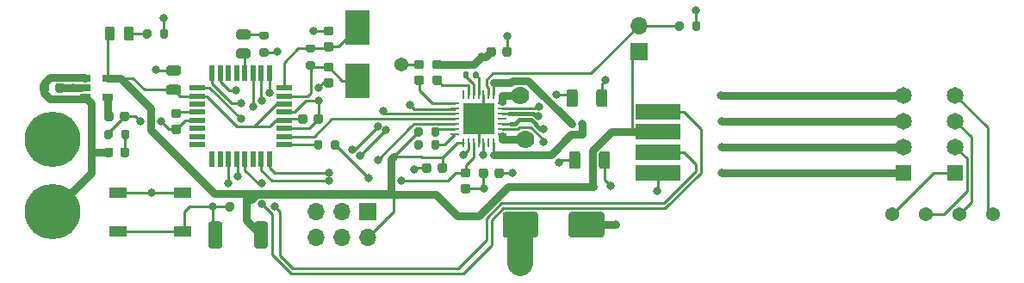
<source format=gbr>
%TF.GenerationSoftware,KiCad,Pcbnew,5.1.8-db9833491~88~ubuntu20.04.1*%
%TF.CreationDate,2020-12-21T09:27:26-06:00*%
%TF.ProjectId,main,6d61696e-2e6b-4696-9361-645f70636258,rev?*%
%TF.SameCoordinates,Original*%
%TF.FileFunction,Copper,L1,Top*%
%TF.FilePolarity,Positive*%
%FSLAX46Y46*%
G04 Gerber Fmt 4.6, Leading zero omitted, Abs format (unit mm)*
G04 Created by KiCad (PCBNEW 5.1.8-db9833491~88~ubuntu20.04.1) date 2020-12-21 09:27:26*
%MOMM*%
%LPD*%
G01*
G04 APERTURE LIST*
%TA.AperFunction,SMDPad,CuDef*%
%ADD10R,1.700000X1.000000*%
%TD*%
%TA.AperFunction,ComponentPad*%
%ADD11C,1.650000*%
%TD*%
%TA.AperFunction,ComponentPad*%
%ADD12R,1.650000X1.650000*%
%TD*%
%TA.AperFunction,SMDPad,CuDef*%
%ADD13R,2.400000X3.500000*%
%TD*%
%TA.AperFunction,ComponentPad*%
%ADD14C,5.461000*%
%TD*%
%TA.AperFunction,SMDPad,CuDef*%
%ADD15R,4.498340X1.498600*%
%TD*%
%TA.AperFunction,SMDPad,CuDef*%
%ADD16R,3.098800X3.098800*%
%TD*%
%TA.AperFunction,SMDPad,CuDef*%
%ADD17R,0.914400X0.254000*%
%TD*%
%TA.AperFunction,SMDPad,CuDef*%
%ADD18R,0.254000X0.914400*%
%TD*%
%TA.AperFunction,SMDPad,CuDef*%
%ADD19R,1.060000X0.650000*%
%TD*%
%TA.AperFunction,SMDPad,CuDef*%
%ADD20R,0.550000X1.600000*%
%TD*%
%TA.AperFunction,SMDPad,CuDef*%
%ADD21R,1.600000X0.550000*%
%TD*%
%TA.AperFunction,ComponentPad*%
%ADD22O,1.700000X1.700000*%
%TD*%
%TA.AperFunction,ComponentPad*%
%ADD23R,1.700000X1.700000*%
%TD*%
%TA.AperFunction,ViaPad*%
%ADD24C,0.800000*%
%TD*%
%TA.AperFunction,ViaPad*%
%ADD25C,1.371600*%
%TD*%
%TA.AperFunction,ViaPad*%
%ADD26C,1.778000*%
%TD*%
%TA.AperFunction,Conductor*%
%ADD27C,0.762000*%
%TD*%
%TA.AperFunction,Conductor*%
%ADD28C,0.250000*%
%TD*%
%TA.AperFunction,Conductor*%
%ADD29C,2.540000*%
%TD*%
%TA.AperFunction,Conductor*%
%ADD30C,0.381000*%
%TD*%
G04 APERTURE END LIST*
D10*
%TO.P,SW1,2*%
%TO.N,/RESET*%
X35916000Y-36698000D03*
X29616000Y-36698000D03*
%TO.P,SW1,1*%
%TO.N,GND*%
X35916000Y-32898000D03*
X29616000Y-32898000D03*
%TD*%
%TO.P,R11,2*%
%TO.N,Net-(R11-Pad2)*%
%TA.AperFunction,SMDPad,CuDef*%
G36*
G01*
X75046000Y-29092999D02*
X75046000Y-30343001D01*
G75*
G02*
X74796001Y-30593000I-249999J0D01*
G01*
X74170999Y-30593000D01*
G75*
G02*
X73921000Y-30343001I0J249999D01*
G01*
X73921000Y-29092999D01*
G75*
G02*
X74170999Y-28843000I249999J0D01*
G01*
X74796001Y-28843000D01*
G75*
G02*
X75046000Y-29092999I0J-249999D01*
G01*
G37*
%TD.AperFunction*%
%TO.P,R11,1*%
%TO.N,GND*%
%TA.AperFunction,SMDPad,CuDef*%
G36*
G01*
X77971000Y-29092999D02*
X77971000Y-30343001D01*
G75*
G02*
X77721001Y-30593000I-249999J0D01*
G01*
X77095999Y-30593000D01*
G75*
G02*
X76846000Y-30343001I0J249999D01*
G01*
X76846000Y-29092999D01*
G75*
G02*
X77095999Y-28843000I249999J0D01*
G01*
X77721001Y-28843000D01*
G75*
G02*
X77971000Y-29092999I0J-249999D01*
G01*
G37*
%TD.AperFunction*%
%TD*%
%TO.P,R10,2*%
%TO.N,Net-(R10-Pad2)*%
%TA.AperFunction,SMDPad,CuDef*%
G36*
G01*
X74792000Y-22996999D02*
X74792000Y-24247001D01*
G75*
G02*
X74542001Y-24497000I-249999J0D01*
G01*
X73916999Y-24497000D01*
G75*
G02*
X73667000Y-24247001I0J249999D01*
G01*
X73667000Y-22996999D01*
G75*
G02*
X73916999Y-22747000I249999J0D01*
G01*
X74542001Y-22747000D01*
G75*
G02*
X74792000Y-22996999I0J-249999D01*
G01*
G37*
%TD.AperFunction*%
%TO.P,R10,1*%
%TO.N,GND*%
%TA.AperFunction,SMDPad,CuDef*%
G36*
G01*
X77717000Y-22996999D02*
X77717000Y-24247001D01*
G75*
G02*
X77467001Y-24497000I-249999J0D01*
G01*
X76841999Y-24497000D01*
G75*
G02*
X76592000Y-24247001I0J249999D01*
G01*
X76592000Y-22996999D01*
G75*
G02*
X76841999Y-22747000I249999J0D01*
G01*
X77467001Y-22747000D01*
G75*
G02*
X77717000Y-22996999I0J-249999D01*
G01*
G37*
%TD.AperFunction*%
%TD*%
%TO.P,C13,2*%
%TO.N,GND*%
%TA.AperFunction,SMDPad,CuDef*%
G36*
G01*
X73890000Y-37068000D02*
X73890000Y-35068000D01*
G75*
G02*
X74140000Y-34818000I250000J0D01*
G01*
X77140000Y-34818000D01*
G75*
G02*
X77390000Y-35068000I0J-250000D01*
G01*
X77390000Y-37068000D01*
G75*
G02*
X77140000Y-37318000I-250000J0D01*
G01*
X74140000Y-37318000D01*
G75*
G02*
X73890000Y-37068000I0J250000D01*
G01*
G37*
%TD.AperFunction*%
%TO.P,C13,1*%
%TO.N,+15V*%
%TA.AperFunction,SMDPad,CuDef*%
G36*
G01*
X67390000Y-37068000D02*
X67390000Y-35068000D01*
G75*
G02*
X67640000Y-34818000I250000J0D01*
G01*
X70640000Y-34818000D01*
G75*
G02*
X70890000Y-35068000I0J-250000D01*
G01*
X70890000Y-37068000D01*
G75*
G02*
X70640000Y-37318000I-250000J0D01*
G01*
X67640000Y-37318000D01*
G75*
G02*
X67390000Y-37068000I0J250000D01*
G01*
G37*
%TD.AperFunction*%
%TD*%
%TO.P,C9,2*%
%TO.N,Net-(C9-Pad2)*%
%TA.AperFunction,SMDPad,CuDef*%
G36*
G01*
X64062000Y-21166000D02*
X64062000Y-21506000D01*
G75*
G02*
X63922000Y-21646000I-140000J0D01*
G01*
X63642000Y-21646000D01*
G75*
G02*
X63502000Y-21506000I0J140000D01*
G01*
X63502000Y-21166000D01*
G75*
G02*
X63642000Y-21026000I140000J0D01*
G01*
X63922000Y-21026000D01*
G75*
G02*
X64062000Y-21166000I0J-140000D01*
G01*
G37*
%TD.AperFunction*%
%TO.P,C9,1*%
%TO.N,Net-(C9-Pad1)*%
%TA.AperFunction,SMDPad,CuDef*%
G36*
G01*
X65022000Y-21166000D02*
X65022000Y-21506000D01*
G75*
G02*
X64882000Y-21646000I-140000J0D01*
G01*
X64602000Y-21646000D01*
G75*
G02*
X64462000Y-21506000I0J140000D01*
G01*
X64462000Y-21166000D01*
G75*
G02*
X64602000Y-21026000I140000J0D01*
G01*
X64882000Y-21026000D01*
G75*
G02*
X65022000Y-21166000I0J-140000D01*
G01*
G37*
%TD.AperFunction*%
%TD*%
%TO.P,C7,2*%
%TO.N,GND*%
%TA.AperFunction,SMDPad,CuDef*%
G36*
G01*
X35527000Y-21394000D02*
X34577000Y-21394000D01*
G75*
G02*
X34327000Y-21144000I0J250000D01*
G01*
X34327000Y-20644000D01*
G75*
G02*
X34577000Y-20394000I250000J0D01*
G01*
X35527000Y-20394000D01*
G75*
G02*
X35777000Y-20644000I0J-250000D01*
G01*
X35777000Y-21144000D01*
G75*
G02*
X35527000Y-21394000I-250000J0D01*
G01*
G37*
%TD.AperFunction*%
%TO.P,C7,1*%
%TO.N,+5V*%
%TA.AperFunction,SMDPad,CuDef*%
G36*
G01*
X35527000Y-23294000D02*
X34577000Y-23294000D01*
G75*
G02*
X34327000Y-23044000I0J250000D01*
G01*
X34327000Y-22544000D01*
G75*
G02*
X34577000Y-22294000I250000J0D01*
G01*
X35527000Y-22294000D01*
G75*
G02*
X35777000Y-22544000I0J-250000D01*
G01*
X35777000Y-23044000D01*
G75*
G02*
X35527000Y-23294000I-250000J0D01*
G01*
G37*
%TD.AperFunction*%
%TD*%
D11*
%TO.P,J4,4_B*%
%TO.N,/B1*%
X111876000Y-23316000D03*
%TO.P,J4,3_B*%
%TO.N,/B2*%
X111876000Y-25856000D03*
%TO.P,J4,3_A*%
X106796000Y-25856000D03*
%TO.P,J4,2_A*%
%TO.N,/A2*%
X106796000Y-28396000D03*
D12*
%TO.P,J4,1_A*%
%TO.N,/A1*%
X106796000Y-30936000D03*
%TO.P,J4,1_B*%
X111876000Y-30936000D03*
D11*
%TO.P,J4,4_A*%
%TO.N,/B1*%
X106796000Y-23316000D03*
%TO.P,J4,2_B*%
%TO.N,/A2*%
X111876000Y-28396000D03*
%TD*%
%TO.P,D4,2*%
%TO.N,+5V*%
%TA.AperFunction,SMDPad,CuDef*%
G36*
G01*
X29268000Y-16815750D02*
X29268000Y-17728250D01*
G75*
G02*
X29024250Y-17972000I-243750J0D01*
G01*
X28536750Y-17972000D01*
G75*
G02*
X28293000Y-17728250I0J243750D01*
G01*
X28293000Y-16815750D01*
G75*
G02*
X28536750Y-16572000I243750J0D01*
G01*
X29024250Y-16572000D01*
G75*
G02*
X29268000Y-16815750I0J-243750D01*
G01*
G37*
%TD.AperFunction*%
%TO.P,D4,1*%
%TO.N,Net-(D4-Pad1)*%
%TA.AperFunction,SMDPad,CuDef*%
G36*
G01*
X31143000Y-16815750D02*
X31143000Y-17728250D01*
G75*
G02*
X30899250Y-17972000I-243750J0D01*
G01*
X30411750Y-17972000D01*
G75*
G02*
X30168000Y-17728250I0J243750D01*
G01*
X30168000Y-16815750D01*
G75*
G02*
X30411750Y-16572000I243750J0D01*
G01*
X30899250Y-16572000D01*
G75*
G02*
X31143000Y-16815750I0J-243750D01*
G01*
G37*
%TD.AperFunction*%
%TD*%
%TO.P,D3,2*%
%TO.N,Net-(D3-Pad2)*%
%TA.AperFunction,SMDPad,CuDef*%
G36*
G01*
X41453750Y-18738000D02*
X42366250Y-18738000D01*
G75*
G02*
X42610000Y-18981750I0J-243750D01*
G01*
X42610000Y-19469250D01*
G75*
G02*
X42366250Y-19713000I-243750J0D01*
G01*
X41453750Y-19713000D01*
G75*
G02*
X41210000Y-19469250I0J243750D01*
G01*
X41210000Y-18981750D01*
G75*
G02*
X41453750Y-18738000I243750J0D01*
G01*
G37*
%TD.AperFunction*%
%TO.P,D3,1*%
%TO.N,Net-(D3-Pad1)*%
%TA.AperFunction,SMDPad,CuDef*%
G36*
G01*
X41453750Y-16863000D02*
X42366250Y-16863000D01*
G75*
G02*
X42610000Y-17106750I0J-243750D01*
G01*
X42610000Y-17594250D01*
G75*
G02*
X42366250Y-17838000I-243750J0D01*
G01*
X41453750Y-17838000D01*
G75*
G02*
X41210000Y-17594250I0J243750D01*
G01*
X41210000Y-17106750D01*
G75*
G02*
X41453750Y-16863000I243750J0D01*
G01*
G37*
%TD.AperFunction*%
%TD*%
%TO.P,D1,2*%
%TO.N,/RESET*%
%TA.AperFunction,SMDPad,CuDef*%
G36*
G01*
X39827000Y-36008999D02*
X39827000Y-38159001D01*
G75*
G02*
X39577001Y-38409000I-249999J0D01*
G01*
X38726999Y-38409000D01*
G75*
G02*
X38477000Y-38159001I0J249999D01*
G01*
X38477000Y-36008999D01*
G75*
G02*
X38726999Y-35759000I249999J0D01*
G01*
X39577001Y-35759000D01*
G75*
G02*
X39827000Y-36008999I0J-249999D01*
G01*
G37*
%TD.AperFunction*%
%TO.P,D1,1*%
%TO.N,+5V*%
%TA.AperFunction,SMDPad,CuDef*%
G36*
G01*
X44327000Y-36008999D02*
X44327000Y-38159001D01*
G75*
G02*
X44077001Y-38409000I-249999J0D01*
G01*
X43226999Y-38409000D01*
G75*
G02*
X42977000Y-38159001I0J249999D01*
G01*
X42977000Y-36008999D01*
G75*
G02*
X43226999Y-35759000I249999J0D01*
G01*
X44077001Y-35759000D01*
G75*
G02*
X44327000Y-36008999I0J-249999D01*
G01*
G37*
%TD.AperFunction*%
%TD*%
D13*
%TO.P,Y1,2*%
%TO.N,Net-(C4-Pad1)*%
X53086000Y-21904000D03*
%TO.P,Y1,1*%
%TO.N,Net-(C5-Pad1)*%
X53086000Y-16704000D03*
%TD*%
D14*
%TO.P,J5,1*%
%TO.N,GND*%
X23114000Y-27686000D03*
%TD*%
%TO.P,J1,1*%
%TO.N,+15V*%
X23114000Y-34798000D03*
%TD*%
D15*
%TO.P,S1,Y*%
%TO.N,Net-(S1-PadY)*%
X82674460Y-28938220D03*
%TO.P,S1,X*%
%TO.N,Net-(S1-PadX)*%
X82674460Y-24940260D03*
%TO.P,S1,VCC*%
%TO.N,+5V*%
X82674460Y-26941780D03*
%TO.P,S1,GND*%
%TO.N,GND*%
X82674460Y-30939740D03*
%TD*%
%TO.P,R1,2*%
%TO.N,/RESET*%
%TA.AperFunction,SMDPad,CuDef*%
G36*
G01*
X40977000Y-34015000D02*
X40977000Y-34565000D01*
G75*
G02*
X40777000Y-34765000I-200000J0D01*
G01*
X40377000Y-34765000D01*
G75*
G02*
X40177000Y-34565000I0J200000D01*
G01*
X40177000Y-34015000D01*
G75*
G02*
X40377000Y-33815000I200000J0D01*
G01*
X40777000Y-33815000D01*
G75*
G02*
X40977000Y-34015000I0J-200000D01*
G01*
G37*
%TD.AperFunction*%
%TO.P,R1,1*%
%TO.N,+5V*%
%TA.AperFunction,SMDPad,CuDef*%
G36*
G01*
X42627000Y-34015000D02*
X42627000Y-34565000D01*
G75*
G02*
X42427000Y-34765000I-200000J0D01*
G01*
X42027000Y-34765000D01*
G75*
G02*
X41827000Y-34565000I0J200000D01*
G01*
X41827000Y-34015000D01*
G75*
G02*
X42027000Y-33815000I200000J0D01*
G01*
X42427000Y-33815000D01*
G75*
G02*
X42627000Y-34015000I0J-200000D01*
G01*
G37*
%TD.AperFunction*%
%TD*%
%TO.P,R12,2*%
%TO.N,Net-(D4-Pad1)*%
%TA.AperFunction,SMDPad,CuDef*%
G36*
G01*
X32849000Y-16997000D02*
X32849000Y-17547000D01*
G75*
G02*
X32649000Y-17747000I-200000J0D01*
G01*
X32249000Y-17747000D01*
G75*
G02*
X32049000Y-17547000I0J200000D01*
G01*
X32049000Y-16997000D01*
G75*
G02*
X32249000Y-16797000I200000J0D01*
G01*
X32649000Y-16797000D01*
G75*
G02*
X32849000Y-16997000I0J-200000D01*
G01*
G37*
%TD.AperFunction*%
%TO.P,R12,1*%
%TO.N,GND*%
%TA.AperFunction,SMDPad,CuDef*%
G36*
G01*
X34499000Y-16997000D02*
X34499000Y-17547000D01*
G75*
G02*
X34299000Y-17747000I-200000J0D01*
G01*
X33899000Y-17747000D01*
G75*
G02*
X33699000Y-17547000I0J200000D01*
G01*
X33699000Y-16997000D01*
G75*
G02*
X33899000Y-16797000I200000J0D01*
G01*
X34299000Y-16797000D01*
G75*
G02*
X34499000Y-16997000I0J-200000D01*
G01*
G37*
%TD.AperFunction*%
%TD*%
%TO.P,D2,2*%
%TO.N,+15V*%
%TA.AperFunction,SMDPad,CuDef*%
G36*
G01*
X29114000Y-28699750D02*
X29114000Y-29212250D01*
G75*
G02*
X28895250Y-29431000I-218750J0D01*
G01*
X28457750Y-29431000D01*
G75*
G02*
X28239000Y-29212250I0J218750D01*
G01*
X28239000Y-28699750D01*
G75*
G02*
X28457750Y-28481000I218750J0D01*
G01*
X28895250Y-28481000D01*
G75*
G02*
X29114000Y-28699750I0J-218750D01*
G01*
G37*
%TD.AperFunction*%
%TO.P,D2,1*%
%TO.N,Net-(D2-Pad1)*%
%TA.AperFunction,SMDPad,CuDef*%
G36*
G01*
X30689000Y-28699750D02*
X30689000Y-29212250D01*
G75*
G02*
X30470250Y-29431000I-218750J0D01*
G01*
X30032750Y-29431000D01*
G75*
G02*
X29814000Y-29212250I0J218750D01*
G01*
X29814000Y-28699750D01*
G75*
G02*
X30032750Y-28481000I218750J0D01*
G01*
X30470250Y-28481000D01*
G75*
G02*
X30689000Y-28699750I0J-218750D01*
G01*
G37*
%TD.AperFunction*%
%TD*%
D16*
%TO.P,U3,29*%
%TO.N,GND*%
X65024000Y-25654000D03*
D17*
%TO.P,U3,28*%
%TO.N,+15V*%
X67373500Y-24154000D03*
%TO.P,U3,27*%
%TO.N,Net-(R10-Pad2)*%
X67373500Y-24653999D03*
%TO.P,U3,26*%
%TO.N,/B1*%
X67373500Y-25154001D03*
%TO.P,U3,25*%
%TO.N,Net-(U3-Pad25)*%
X67373500Y-25654000D03*
%TO.P,U3,24*%
%TO.N,/A1*%
X67373500Y-26153999D03*
%TO.P,U3,23*%
%TO.N,Net-(R11-Pad2)*%
X67373500Y-26654001D03*
%TO.P,U3,22*%
%TO.N,+15V*%
X67373500Y-27154000D03*
D18*
%TO.P,U3,21*%
%TO.N,/A2*%
X66524000Y-28003500D03*
%TO.P,U3,20*%
%TO.N,Net-(U3-Pad20)*%
X66024001Y-28003500D03*
%TO.P,U3,19*%
%TO.N,/DIR*%
X65523999Y-28003500D03*
%TO.P,U3,18*%
%TO.N,GND*%
X65024000Y-28003500D03*
%TO.P,U3,17*%
%TO.N,Net-(C8-Pad1)*%
X64524001Y-28003500D03*
%TO.P,U3,16*%
%TO.N,/STEP*%
X64023999Y-28003500D03*
%TO.P,U3,15*%
%TO.N,+5V*%
X63524000Y-28003500D03*
D17*
%TO.P,U3,14*%
%TO.N,/PDN*%
X62674500Y-27154000D03*
%TO.P,U3,13*%
%TO.N,Net-(R7-Pad2)*%
X62674500Y-26654001D03*
%TO.P,U3,12*%
%TO.N,/INDEX*%
X62674500Y-26153999D03*
%TO.P,U3,11*%
%TO.N,/DIAG*%
X62674500Y-25654000D03*
%TO.P,U3,10*%
%TO.N,/MS2*%
X62674500Y-25154001D03*
%TO.P,U3,9*%
%TO.N,/MS1*%
X62674500Y-24653999D03*
%TO.P,U3,8*%
%TO.N,Net-(C11-Pad1)*%
X62674500Y-24154000D03*
D18*
%TO.P,U3,7*%
%TO.N,Net-(U3-Pad7)*%
X63524000Y-23304500D03*
%TO.P,U3,6*%
%TO.N,Net-(C12-Pad2)*%
X64023999Y-23304500D03*
%TO.P,U3,5*%
%TO.N,Net-(C9-Pad2)*%
X64524001Y-23304500D03*
%TO.P,U3,4*%
%TO.N,Net-(C9-Pad1)*%
X65024000Y-23304500D03*
%TO.P,U3,3*%
%TO.N,GND*%
X65523999Y-23304500D03*
%TO.P,U3,2*%
%TO.N,Net-(J3-Pad2)*%
X66024001Y-23304500D03*
%TO.P,U3,1*%
%TO.N,/B2*%
X66524000Y-23304500D03*
%TD*%
D19*
%TO.P,U2,5*%
%TO.N,+5V*%
X28532000Y-21656000D03*
%TO.P,U2,4*%
%TO.N,Net-(C3-Pad1)*%
X28532000Y-23556000D03*
%TO.P,U2,3*%
%TO.N,+15V*%
X26332000Y-23556000D03*
%TO.P,U2,2*%
%TO.N,GND*%
X26332000Y-22606000D03*
%TO.P,U2,1*%
%TO.N,+15V*%
X26332000Y-21656000D03*
%TD*%
D20*
%TO.P,U1,32*%
%TO.N,/MS2*%
X44456000Y-29650000D03*
%TO.P,U1,31*%
%TO.N,/MS1*%
X43656000Y-29650000D03*
%TO.P,U1,30*%
%TO.N,/ENN*%
X42856000Y-29650000D03*
%TO.P,U1,29*%
%TO.N,/RESET*%
X42056000Y-29650000D03*
%TO.P,U1,28*%
%TO.N,Net-(S1-PadY)*%
X41256000Y-29650000D03*
%TO.P,U1,27*%
%TO.N,Net-(S1-PadX)*%
X40456000Y-29650000D03*
%TO.P,U1,26*%
%TO.N,Net-(U1-Pad26)*%
X39656000Y-29650000D03*
%TO.P,U1,25*%
%TO.N,Net-(U1-Pad25)*%
X38856000Y-29650000D03*
D21*
%TO.P,U1,24*%
%TO.N,Net-(U1-Pad24)*%
X37406000Y-28200000D03*
%TO.P,U1,23*%
%TO.N,Net-(U1-Pad23)*%
X37406000Y-27400000D03*
%TO.P,U1,22*%
%TO.N,Net-(U1-Pad22)*%
X37406000Y-26600000D03*
%TO.P,U1,21*%
%TO.N,GND*%
X37406000Y-25800000D03*
%TO.P,U1,20*%
%TO.N,Net-(C2-Pad1)*%
X37406000Y-25000000D03*
%TO.P,U1,19*%
%TO.N,Net-(U1-Pad19)*%
X37406000Y-24200000D03*
%TO.P,U1,18*%
%TO.N,+5V*%
X37406000Y-23400000D03*
%TO.P,U1,17*%
%TO.N,/SCK*%
X37406000Y-22600000D03*
D20*
%TO.P,U1,16*%
%TO.N,/MISO*%
X38856000Y-21150000D03*
%TO.P,U1,15*%
%TO.N,/MOSI*%
X39656000Y-21150000D03*
%TO.P,U1,14*%
%TO.N,Net-(U1-Pad14)*%
X40456000Y-21150000D03*
%TO.P,U1,13*%
%TO.N,Net-(U1-Pad13)*%
X41256000Y-21150000D03*
%TO.P,U1,12*%
%TO.N,Net-(D3-Pad2)*%
X42056000Y-21150000D03*
%TO.P,U1,11*%
%TO.N,/INDEX*%
X42856000Y-21150000D03*
%TO.P,U1,10*%
%TO.N,/DIR*%
X43656000Y-21150000D03*
%TO.P,U1,9*%
%TO.N,/STEP*%
X44456000Y-21150000D03*
D21*
%TO.P,U1,8*%
%TO.N,Net-(C5-Pad1)*%
X45906000Y-22600000D03*
%TO.P,U1,7*%
%TO.N,Net-(C4-Pad1)*%
X45906000Y-23400000D03*
%TO.P,U1,6*%
%TO.N,+5V*%
X45906000Y-24200000D03*
%TO.P,U1,5*%
%TO.N,GND*%
X45906000Y-25000000D03*
%TO.P,U1,4*%
%TO.N,+5V*%
X45906000Y-25800000D03*
%TO.P,U1,3*%
%TO.N,GND*%
X45906000Y-26600000D03*
%TO.P,U1,2*%
%TO.N,/DIAG*%
X45906000Y-27400000D03*
%TO.P,U1,1*%
%TO.N,/VREF*%
X45906000Y-28200000D03*
%TD*%
%TO.P,R9,2*%
%TO.N,GND*%
%TA.AperFunction,SMDPad,CuDef*%
G36*
G01*
X86023000Y-16785000D02*
X86023000Y-16235000D01*
G75*
G02*
X86223000Y-16035000I200000J0D01*
G01*
X86623000Y-16035000D01*
G75*
G02*
X86823000Y-16235000I0J-200000D01*
G01*
X86823000Y-16785000D01*
G75*
G02*
X86623000Y-16985000I-200000J0D01*
G01*
X86223000Y-16985000D01*
G75*
G02*
X86023000Y-16785000I0J200000D01*
G01*
G37*
%TD.AperFunction*%
%TO.P,R9,1*%
%TO.N,Net-(J3-Pad2)*%
%TA.AperFunction,SMDPad,CuDef*%
G36*
G01*
X84373000Y-16785000D02*
X84373000Y-16235000D01*
G75*
G02*
X84573000Y-16035000I200000J0D01*
G01*
X84973000Y-16035000D01*
G75*
G02*
X85173000Y-16235000I0J-200000D01*
G01*
X85173000Y-16785000D01*
G75*
G02*
X84973000Y-16985000I-200000J0D01*
G01*
X84573000Y-16985000D01*
G75*
G02*
X84373000Y-16785000I0J200000D01*
G01*
G37*
%TD.AperFunction*%
%TD*%
%TO.P,R8,2*%
%TO.N,Net-(R8-Pad2)*%
%TA.AperFunction,SMDPad,CuDef*%
G36*
G01*
X59519000Y-27919000D02*
X59519000Y-28469000D01*
G75*
G02*
X59319000Y-28669000I-200000J0D01*
G01*
X58919000Y-28669000D01*
G75*
G02*
X58719000Y-28469000I0J200000D01*
G01*
X58719000Y-27919000D01*
G75*
G02*
X58919000Y-27719000I200000J0D01*
G01*
X59319000Y-27719000D01*
G75*
G02*
X59519000Y-27919000I0J-200000D01*
G01*
G37*
%TD.AperFunction*%
%TO.P,R8,1*%
%TO.N,/PDN*%
%TA.AperFunction,SMDPad,CuDef*%
G36*
G01*
X61169000Y-27919000D02*
X61169000Y-28469000D01*
G75*
G02*
X60969000Y-28669000I-200000J0D01*
G01*
X60569000Y-28669000D01*
G75*
G02*
X60369000Y-28469000I0J200000D01*
G01*
X60369000Y-27919000D01*
G75*
G02*
X60569000Y-27719000I200000J0D01*
G01*
X60969000Y-27719000D01*
G75*
G02*
X61169000Y-27919000I0J-200000D01*
G01*
G37*
%TD.AperFunction*%
%TD*%
%TO.P,R7,2*%
%TO.N,Net-(R7-Pad2)*%
%TA.AperFunction,SMDPad,CuDef*%
G36*
G01*
X60369000Y-27199000D02*
X60369000Y-26649000D01*
G75*
G02*
X60569000Y-26449000I200000J0D01*
G01*
X60969000Y-26449000D01*
G75*
G02*
X61169000Y-26649000I0J-200000D01*
G01*
X61169000Y-27199000D01*
G75*
G02*
X60969000Y-27399000I-200000J0D01*
G01*
X60569000Y-27399000D01*
G75*
G02*
X60369000Y-27199000I0J200000D01*
G01*
G37*
%TD.AperFunction*%
%TO.P,R7,1*%
%TO.N,+5V*%
%TA.AperFunction,SMDPad,CuDef*%
G36*
G01*
X58719000Y-27199000D02*
X58719000Y-26649000D01*
G75*
G02*
X58919000Y-26449000I200000J0D01*
G01*
X59319000Y-26449000D01*
G75*
G02*
X59519000Y-26649000I0J-200000D01*
G01*
X59519000Y-27199000D01*
G75*
G02*
X59319000Y-27399000I-200000J0D01*
G01*
X58919000Y-27399000D01*
G75*
G02*
X58719000Y-27199000I0J200000D01*
G01*
G37*
%TD.AperFunction*%
%TD*%
%TO.P,R6,2*%
%TO.N,/VREF*%
%TA.AperFunction,SMDPad,CuDef*%
G36*
G01*
X49676000Y-27919000D02*
X49676000Y-28469000D01*
G75*
G02*
X49476000Y-28669000I-200000J0D01*
G01*
X49076000Y-28669000D01*
G75*
G02*
X48876000Y-28469000I0J200000D01*
G01*
X48876000Y-27919000D01*
G75*
G02*
X49076000Y-27719000I200000J0D01*
G01*
X49476000Y-27719000D01*
G75*
G02*
X49676000Y-27919000I0J-200000D01*
G01*
G37*
%TD.AperFunction*%
%TO.P,R6,1*%
%TO.N,Net-(C8-Pad1)*%
%TA.AperFunction,SMDPad,CuDef*%
G36*
G01*
X51326000Y-27919000D02*
X51326000Y-28469000D01*
G75*
G02*
X51126000Y-28669000I-200000J0D01*
G01*
X50726000Y-28669000D01*
G75*
G02*
X50526000Y-28469000I0J200000D01*
G01*
X50526000Y-27919000D01*
G75*
G02*
X50726000Y-27719000I200000J0D01*
G01*
X51126000Y-27719000D01*
G75*
G02*
X51326000Y-27919000I0J-200000D01*
G01*
G37*
%TD.AperFunction*%
%TD*%
%TO.P,R5,2*%
%TO.N,Net-(C5-Pad1)*%
%TA.AperFunction,SMDPad,CuDef*%
G36*
G01*
X48789000Y-19133000D02*
X48239000Y-19133000D01*
G75*
G02*
X48039000Y-18933000I0J200000D01*
G01*
X48039000Y-18533000D01*
G75*
G02*
X48239000Y-18333000I200000J0D01*
G01*
X48789000Y-18333000D01*
G75*
G02*
X48989000Y-18533000I0J-200000D01*
G01*
X48989000Y-18933000D01*
G75*
G02*
X48789000Y-19133000I-200000J0D01*
G01*
G37*
%TD.AperFunction*%
%TO.P,R5,1*%
%TO.N,Net-(C4-Pad1)*%
%TA.AperFunction,SMDPad,CuDef*%
G36*
G01*
X48789000Y-20783000D02*
X48239000Y-20783000D01*
G75*
G02*
X48039000Y-20583000I0J200000D01*
G01*
X48039000Y-20183000D01*
G75*
G02*
X48239000Y-19983000I200000J0D01*
G01*
X48789000Y-19983000D01*
G75*
G02*
X48989000Y-20183000I0J-200000D01*
G01*
X48989000Y-20583000D01*
G75*
G02*
X48789000Y-20783000I-200000J0D01*
G01*
G37*
%TD.AperFunction*%
%TD*%
%TO.P,R3,2*%
%TO.N,Net-(D3-Pad1)*%
%TA.AperFunction,SMDPad,CuDef*%
G36*
G01*
X44217000Y-17863000D02*
X43667000Y-17863000D01*
G75*
G02*
X43467000Y-17663000I0J200000D01*
G01*
X43467000Y-17263000D01*
G75*
G02*
X43667000Y-17063000I200000J0D01*
G01*
X44217000Y-17063000D01*
G75*
G02*
X44417000Y-17263000I0J-200000D01*
G01*
X44417000Y-17663000D01*
G75*
G02*
X44217000Y-17863000I-200000J0D01*
G01*
G37*
%TD.AperFunction*%
%TO.P,R3,1*%
%TO.N,GND*%
%TA.AperFunction,SMDPad,CuDef*%
G36*
G01*
X44217000Y-19513000D02*
X43667000Y-19513000D01*
G75*
G02*
X43467000Y-19313000I0J200000D01*
G01*
X43467000Y-18913000D01*
G75*
G02*
X43667000Y-18713000I200000J0D01*
G01*
X44217000Y-18713000D01*
G75*
G02*
X44417000Y-18913000I0J-200000D01*
G01*
X44417000Y-19313000D01*
G75*
G02*
X44217000Y-19513000I-200000J0D01*
G01*
G37*
%TD.AperFunction*%
%TD*%
%TO.P,R2,2*%
%TO.N,Net-(D2-Pad1)*%
%TA.AperFunction,SMDPad,CuDef*%
G36*
G01*
X29889000Y-27453000D02*
X29889000Y-26903000D01*
G75*
G02*
X30089000Y-26703000I200000J0D01*
G01*
X30489000Y-26703000D01*
G75*
G02*
X30689000Y-26903000I0J-200000D01*
G01*
X30689000Y-27453000D01*
G75*
G02*
X30489000Y-27653000I-200000J0D01*
G01*
X30089000Y-27653000D01*
G75*
G02*
X29889000Y-27453000I0J200000D01*
G01*
G37*
%TD.AperFunction*%
%TO.P,R2,1*%
%TO.N,GND*%
%TA.AperFunction,SMDPad,CuDef*%
G36*
G01*
X28239000Y-27453000D02*
X28239000Y-26903000D01*
G75*
G02*
X28439000Y-26703000I200000J0D01*
G01*
X28839000Y-26703000D01*
G75*
G02*
X29039000Y-26903000I0J-200000D01*
G01*
X29039000Y-27453000D01*
G75*
G02*
X28839000Y-27653000I-200000J0D01*
G01*
X28439000Y-27653000D01*
G75*
G02*
X28239000Y-27453000I0J200000D01*
G01*
G37*
%TD.AperFunction*%
%TD*%
D22*
%TO.P,J3,2*%
%TO.N,Net-(J3-Pad2)*%
X80772000Y-16510000D03*
D23*
%TO.P,J3,1*%
%TO.N,+5V*%
X80772000Y-19050000D03*
%TD*%
D22*
%TO.P,J2,6*%
%TO.N,GND*%
X49022000Y-37338000D03*
%TO.P,J2,5*%
%TO.N,/RESET*%
X49022000Y-34798000D03*
%TO.P,J2,4*%
%TO.N,/MOSI*%
X51562000Y-37338000D03*
%TO.P,J2,3*%
%TO.N,/SCK*%
X51562000Y-34798000D03*
%TO.P,J2,2*%
%TO.N,+5V*%
X54102000Y-37338000D03*
D23*
%TO.P,J2,1*%
%TO.N,/MISO*%
X54102000Y-34798000D03*
%TD*%
%TO.P,C15,2*%
%TO.N,GND*%
%TA.AperFunction,SMDPad,CuDef*%
G36*
G01*
X65969000Y-30738000D02*
X65969000Y-31238000D01*
G75*
G02*
X65744000Y-31463000I-225000J0D01*
G01*
X65294000Y-31463000D01*
G75*
G02*
X65069000Y-31238000I0J225000D01*
G01*
X65069000Y-30738000D01*
G75*
G02*
X65294000Y-30513000I225000J0D01*
G01*
X65744000Y-30513000D01*
G75*
G02*
X65969000Y-30738000I0J-225000D01*
G01*
G37*
%TD.AperFunction*%
%TO.P,C15,1*%
%TO.N,+15V*%
%TA.AperFunction,SMDPad,CuDef*%
G36*
G01*
X67519000Y-30738000D02*
X67519000Y-31238000D01*
G75*
G02*
X67294000Y-31463000I-225000J0D01*
G01*
X66844000Y-31463000D01*
G75*
G02*
X66619000Y-31238000I0J225000D01*
G01*
X66619000Y-30738000D01*
G75*
G02*
X66844000Y-30513000I225000J0D01*
G01*
X67294000Y-30513000D01*
G75*
G02*
X67519000Y-30738000I0J-225000D01*
G01*
G37*
%TD.AperFunction*%
%TD*%
%TO.P,C14,2*%
%TO.N,GND*%
%TA.AperFunction,SMDPad,CuDef*%
G36*
G01*
X67381000Y-19300000D02*
X67381000Y-18800000D01*
G75*
G02*
X67606000Y-18575000I225000J0D01*
G01*
X68056000Y-18575000D01*
G75*
G02*
X68281000Y-18800000I0J-225000D01*
G01*
X68281000Y-19300000D01*
G75*
G02*
X68056000Y-19525000I-225000J0D01*
G01*
X67606000Y-19525000D01*
G75*
G02*
X67381000Y-19300000I0J225000D01*
G01*
G37*
%TD.AperFunction*%
%TO.P,C14,1*%
%TO.N,+15V*%
%TA.AperFunction,SMDPad,CuDef*%
G36*
G01*
X65831000Y-19300000D02*
X65831000Y-18800000D01*
G75*
G02*
X66056000Y-18575000I225000J0D01*
G01*
X66506000Y-18575000D01*
G75*
G02*
X66731000Y-18800000I0J-225000D01*
G01*
X66731000Y-19300000D01*
G75*
G02*
X66506000Y-19525000I-225000J0D01*
G01*
X66056000Y-19525000D01*
G75*
G02*
X65831000Y-19300000I0J225000D01*
G01*
G37*
%TD.AperFunction*%
%TD*%
%TO.P,C12,2*%
%TO.N,Net-(C12-Pad2)*%
%TA.AperFunction,SMDPad,CuDef*%
G36*
G01*
X60710000Y-21407000D02*
X61210000Y-21407000D01*
G75*
G02*
X61435000Y-21632000I0J-225000D01*
G01*
X61435000Y-22082000D01*
G75*
G02*
X61210000Y-22307000I-225000J0D01*
G01*
X60710000Y-22307000D01*
G75*
G02*
X60485000Y-22082000I0J225000D01*
G01*
X60485000Y-21632000D01*
G75*
G02*
X60710000Y-21407000I225000J0D01*
G01*
G37*
%TD.AperFunction*%
%TO.P,C12,1*%
%TO.N,+15V*%
%TA.AperFunction,SMDPad,CuDef*%
G36*
G01*
X60710000Y-19857000D02*
X61210000Y-19857000D01*
G75*
G02*
X61435000Y-20082000I0J-225000D01*
G01*
X61435000Y-20532000D01*
G75*
G02*
X61210000Y-20757000I-225000J0D01*
G01*
X60710000Y-20757000D01*
G75*
G02*
X60485000Y-20532000I0J225000D01*
G01*
X60485000Y-20082000D01*
G75*
G02*
X60710000Y-19857000I225000J0D01*
G01*
G37*
%TD.AperFunction*%
%TD*%
%TO.P,C11,2*%
%TO.N,GND*%
%TA.AperFunction,SMDPad,CuDef*%
G36*
G01*
X59432000Y-20757000D02*
X58932000Y-20757000D01*
G75*
G02*
X58707000Y-20532000I0J225000D01*
G01*
X58707000Y-20082000D01*
G75*
G02*
X58932000Y-19857000I225000J0D01*
G01*
X59432000Y-19857000D01*
G75*
G02*
X59657000Y-20082000I0J-225000D01*
G01*
X59657000Y-20532000D01*
G75*
G02*
X59432000Y-20757000I-225000J0D01*
G01*
G37*
%TD.AperFunction*%
%TO.P,C11,1*%
%TO.N,Net-(C11-Pad1)*%
%TA.AperFunction,SMDPad,CuDef*%
G36*
G01*
X59432000Y-22307000D02*
X58932000Y-22307000D01*
G75*
G02*
X58707000Y-22082000I0J225000D01*
G01*
X58707000Y-21632000D01*
G75*
G02*
X58932000Y-21407000I225000J0D01*
G01*
X59432000Y-21407000D01*
G75*
G02*
X59657000Y-21632000I0J-225000D01*
G01*
X59657000Y-22082000D01*
G75*
G02*
X59432000Y-22307000I-225000J0D01*
G01*
G37*
%TD.AperFunction*%
%TD*%
%TO.P,C10,2*%
%TO.N,GND*%
%TA.AperFunction,SMDPad,CuDef*%
G36*
G01*
X60381000Y-30230000D02*
X60381000Y-30730000D01*
G75*
G02*
X60156000Y-30955000I-225000J0D01*
G01*
X59706000Y-30955000D01*
G75*
G02*
X59481000Y-30730000I0J225000D01*
G01*
X59481000Y-30230000D01*
G75*
G02*
X59706000Y-30005000I225000J0D01*
G01*
X60156000Y-30005000D01*
G75*
G02*
X60381000Y-30230000I0J-225000D01*
G01*
G37*
%TD.AperFunction*%
%TO.P,C10,1*%
%TO.N,+5V*%
%TA.AperFunction,SMDPad,CuDef*%
G36*
G01*
X61931000Y-30230000D02*
X61931000Y-30730000D01*
G75*
G02*
X61706000Y-30955000I-225000J0D01*
G01*
X61256000Y-30955000D01*
G75*
G02*
X61031000Y-30730000I0J225000D01*
G01*
X61031000Y-30230000D01*
G75*
G02*
X61256000Y-30005000I225000J0D01*
G01*
X61706000Y-30005000D01*
G75*
G02*
X61931000Y-30230000I0J-225000D01*
G01*
G37*
%TD.AperFunction*%
%TD*%
%TO.P,C8,2*%
%TO.N,GND*%
%TA.AperFunction,SMDPad,CuDef*%
G36*
G01*
X63504000Y-32075000D02*
X64004000Y-32075000D01*
G75*
G02*
X64229000Y-32300000I0J-225000D01*
G01*
X64229000Y-32750000D01*
G75*
G02*
X64004000Y-32975000I-225000J0D01*
G01*
X63504000Y-32975000D01*
G75*
G02*
X63279000Y-32750000I0J225000D01*
G01*
X63279000Y-32300000D01*
G75*
G02*
X63504000Y-32075000I225000J0D01*
G01*
G37*
%TD.AperFunction*%
%TO.P,C8,1*%
%TO.N,Net-(C8-Pad1)*%
%TA.AperFunction,SMDPad,CuDef*%
G36*
G01*
X63504000Y-30525000D02*
X64004000Y-30525000D01*
G75*
G02*
X64229000Y-30750000I0J-225000D01*
G01*
X64229000Y-31200000D01*
G75*
G02*
X64004000Y-31425000I-225000J0D01*
G01*
X63504000Y-31425000D01*
G75*
G02*
X63279000Y-31200000I0J225000D01*
G01*
X63279000Y-30750000D01*
G75*
G02*
X63504000Y-30525000I225000J0D01*
G01*
G37*
%TD.AperFunction*%
%TD*%
%TO.P,C6,2*%
%TO.N,GND*%
%TA.AperFunction,SMDPad,CuDef*%
G36*
G01*
X23439000Y-22856000D02*
X23439000Y-22356000D01*
G75*
G02*
X23664000Y-22131000I225000J0D01*
G01*
X24114000Y-22131000D01*
G75*
G02*
X24339000Y-22356000I0J-225000D01*
G01*
X24339000Y-22856000D01*
G75*
G02*
X24114000Y-23081000I-225000J0D01*
G01*
X23664000Y-23081000D01*
G75*
G02*
X23439000Y-22856000I0J225000D01*
G01*
G37*
%TD.AperFunction*%
%TO.P,C6,1*%
%TO.N,+15V*%
%TA.AperFunction,SMDPad,CuDef*%
G36*
G01*
X21889000Y-22856000D02*
X21889000Y-22356000D01*
G75*
G02*
X22114000Y-22131000I225000J0D01*
G01*
X22564000Y-22131000D01*
G75*
G02*
X22789000Y-22356000I0J-225000D01*
G01*
X22789000Y-22856000D01*
G75*
G02*
X22564000Y-23081000I-225000J0D01*
G01*
X22114000Y-23081000D01*
G75*
G02*
X21889000Y-22856000I0J225000D01*
G01*
G37*
%TD.AperFunction*%
%TD*%
%TO.P,C5,2*%
%TO.N,GND*%
%TA.AperFunction,SMDPad,CuDef*%
G36*
G01*
X50542000Y-17455000D02*
X50042000Y-17455000D01*
G75*
G02*
X49817000Y-17230000I0J225000D01*
G01*
X49817000Y-16780000D01*
G75*
G02*
X50042000Y-16555000I225000J0D01*
G01*
X50542000Y-16555000D01*
G75*
G02*
X50767000Y-16780000I0J-225000D01*
G01*
X50767000Y-17230000D01*
G75*
G02*
X50542000Y-17455000I-225000J0D01*
G01*
G37*
%TD.AperFunction*%
%TO.P,C5,1*%
%TO.N,Net-(C5-Pad1)*%
%TA.AperFunction,SMDPad,CuDef*%
G36*
G01*
X50542000Y-19005000D02*
X50042000Y-19005000D01*
G75*
G02*
X49817000Y-18780000I0J225000D01*
G01*
X49817000Y-18330000D01*
G75*
G02*
X50042000Y-18105000I225000J0D01*
G01*
X50542000Y-18105000D01*
G75*
G02*
X50767000Y-18330000I0J-225000D01*
G01*
X50767000Y-18780000D01*
G75*
G02*
X50542000Y-19005000I-225000J0D01*
G01*
G37*
%TD.AperFunction*%
%TD*%
%TO.P,C4,2*%
%TO.N,GND*%
%TA.AperFunction,SMDPad,CuDef*%
G36*
G01*
X50042000Y-21661000D02*
X50542000Y-21661000D01*
G75*
G02*
X50767000Y-21886000I0J-225000D01*
G01*
X50767000Y-22336000D01*
G75*
G02*
X50542000Y-22561000I-225000J0D01*
G01*
X50042000Y-22561000D01*
G75*
G02*
X49817000Y-22336000I0J225000D01*
G01*
X49817000Y-21886000D01*
G75*
G02*
X50042000Y-21661000I225000J0D01*
G01*
G37*
%TD.AperFunction*%
%TO.P,C4,1*%
%TO.N,Net-(C4-Pad1)*%
%TA.AperFunction,SMDPad,CuDef*%
G36*
G01*
X50042000Y-20111000D02*
X50542000Y-20111000D01*
G75*
G02*
X50767000Y-20336000I0J-225000D01*
G01*
X50767000Y-20786000D01*
G75*
G02*
X50542000Y-21011000I-225000J0D01*
G01*
X50042000Y-21011000D01*
G75*
G02*
X49817000Y-20786000I0J225000D01*
G01*
X49817000Y-20336000D01*
G75*
G02*
X50042000Y-20111000I225000J0D01*
G01*
G37*
%TD.AperFunction*%
%TD*%
%TO.P,C3,2*%
%TO.N,GND*%
%TA.AperFunction,SMDPad,CuDef*%
G36*
G01*
X29789000Y-25650000D02*
X29789000Y-25150000D01*
G75*
G02*
X30014000Y-24925000I225000J0D01*
G01*
X30464000Y-24925000D01*
G75*
G02*
X30689000Y-25150000I0J-225000D01*
G01*
X30689000Y-25650000D01*
G75*
G02*
X30464000Y-25875000I-225000J0D01*
G01*
X30014000Y-25875000D01*
G75*
G02*
X29789000Y-25650000I0J225000D01*
G01*
G37*
%TD.AperFunction*%
%TO.P,C3,1*%
%TO.N,Net-(C3-Pad1)*%
%TA.AperFunction,SMDPad,CuDef*%
G36*
G01*
X28239000Y-25650000D02*
X28239000Y-25150000D01*
G75*
G02*
X28464000Y-24925000I225000J0D01*
G01*
X28914000Y-24925000D01*
G75*
G02*
X29139000Y-25150000I0J-225000D01*
G01*
X29139000Y-25650000D01*
G75*
G02*
X28914000Y-25875000I-225000J0D01*
G01*
X28464000Y-25875000D01*
G75*
G02*
X28239000Y-25650000I0J225000D01*
G01*
G37*
%TD.AperFunction*%
%TD*%
%TO.P,C2,2*%
%TO.N,GND*%
%TA.AperFunction,SMDPad,CuDef*%
G36*
G01*
X35056000Y-26233000D02*
X35556000Y-26233000D01*
G75*
G02*
X35781000Y-26458000I0J-225000D01*
G01*
X35781000Y-26908000D01*
G75*
G02*
X35556000Y-27133000I-225000J0D01*
G01*
X35056000Y-27133000D01*
G75*
G02*
X34831000Y-26908000I0J225000D01*
G01*
X34831000Y-26458000D01*
G75*
G02*
X35056000Y-26233000I225000J0D01*
G01*
G37*
%TD.AperFunction*%
%TO.P,C2,1*%
%TO.N,Net-(C2-Pad1)*%
%TA.AperFunction,SMDPad,CuDef*%
G36*
G01*
X35056000Y-24683000D02*
X35556000Y-24683000D01*
G75*
G02*
X35781000Y-24908000I0J-225000D01*
G01*
X35781000Y-25358000D01*
G75*
G02*
X35556000Y-25583000I-225000J0D01*
G01*
X35056000Y-25583000D01*
G75*
G02*
X34831000Y-25358000I0J225000D01*
G01*
X34831000Y-24908000D01*
G75*
G02*
X35056000Y-24683000I225000J0D01*
G01*
G37*
%TD.AperFunction*%
%TD*%
%TO.P,C1,2*%
%TO.N,GND*%
%TA.AperFunction,SMDPad,CuDef*%
G36*
G01*
X48839000Y-25904000D02*
X48839000Y-25404000D01*
G75*
G02*
X49064000Y-25179000I225000J0D01*
G01*
X49514000Y-25179000D01*
G75*
G02*
X49739000Y-25404000I0J-225000D01*
G01*
X49739000Y-25904000D01*
G75*
G02*
X49514000Y-26129000I-225000J0D01*
G01*
X49064000Y-26129000D01*
G75*
G02*
X48839000Y-25904000I0J225000D01*
G01*
G37*
%TD.AperFunction*%
%TO.P,C1,1*%
%TO.N,+5V*%
%TA.AperFunction,SMDPad,CuDef*%
G36*
G01*
X47289000Y-25904000D02*
X47289000Y-25404000D01*
G75*
G02*
X47514000Y-25179000I225000J0D01*
G01*
X47964000Y-25179000D01*
G75*
G02*
X48189000Y-25404000I0J-225000D01*
G01*
X48189000Y-25904000D01*
G75*
G02*
X47964000Y-26129000I-225000J0D01*
G01*
X47514000Y-26129000D01*
G75*
G02*
X47289000Y-25904000I0J225000D01*
G01*
G37*
%TD.AperFunction*%
%TD*%
D24*
%TO.N,GND*%
X64262000Y-26162000D03*
X65786000Y-26162000D03*
X65786000Y-24892000D03*
X64262000Y-24892000D03*
X25146000Y-22606000D03*
X25146000Y-22606000D03*
X31750000Y-25908000D03*
X33786653Y-25903347D03*
X49276000Y-23876000D03*
X49276000Y-22606000D03*
X48768000Y-17018000D03*
X45212000Y-19050000D03*
X34036000Y-15748000D03*
X65532000Y-32512000D03*
X78486000Y-36068000D03*
X82550000Y-32766000D03*
X77978000Y-32258000D03*
X77470000Y-21844000D03*
X67818000Y-17526000D03*
X86360000Y-14986000D03*
X33274000Y-20828000D03*
X58674000Y-30660001D03*
X32898000Y-32898000D03*
D25*
X57404000Y-20320000D03*
D26*
%TO.N,+15V*%
X69088000Y-39878000D03*
X69088000Y-23368000D03*
X69596000Y-27686000D03*
D24*
X65278000Y-19558000D03*
X68326000Y-30988000D03*
%TO.N,Net-(C8-Pad1)*%
X54215000Y-31483000D03*
X57404000Y-31750000D03*
%TO.N,/RESET*%
X38862000Y-34290000D03*
X43688000Y-32004000D03*
%TO.N,/SCK*%
X41656000Y-25654000D03*
%TO.N,/MISO*%
X41656000Y-24130000D03*
%TO.N,Net-(R10-Pad2)*%
X72702672Y-23309328D03*
X70958000Y-24457000D03*
%TO.N,Net-(R11-Pad2)*%
X72898000Y-29972000D03*
X71374000Y-27940000D03*
%TO.N,/MS2*%
X50292000Y-30988000D03*
X52578000Y-28702000D03*
X55118000Y-26416000D03*
X55626000Y-24892000D03*
%TO.N,/MS1*%
X50292000Y-31750000D03*
X53340000Y-29267685D03*
X55880000Y-26727685D03*
X58321843Y-24285843D03*
%TO.N,/MOSI*%
X41148000Y-22860000D03*
%TO.N,/INDEX*%
X55118000Y-29718000D03*
X42856000Y-24454000D03*
%TO.N,/DIR*%
X65523999Y-29201999D03*
X43688000Y-23876000D03*
%TO.N,/STEP*%
X44450000Y-23114000D03*
X63495347Y-29210001D03*
%TO.N,/B1*%
X88848000Y-23316000D03*
D25*
X115570000Y-35052000D03*
D24*
X70866000Y-25400000D03*
%TO.N,/A1*%
X88900000Y-30988000D03*
D25*
X105664000Y-35052000D03*
D24*
X71388014Y-26655986D03*
%TO.N,/A2*%
X75184000Y-26162000D03*
X88900000Y-28448000D03*
D25*
X108966000Y-35052000D03*
D24*
%TO.N,/B2*%
X74168000Y-26162000D03*
X88900000Y-25908000D03*
D25*
X112268000Y-35052000D03*
D24*
%TO.N,Net-(S1-PadY)*%
X41331770Y-31279000D03*
X44962653Y-34285347D03*
%TO.N,Net-(S1-PadX)*%
X40386000Y-32004000D03*
X43688000Y-34036000D03*
%TD*%
D27*
%TO.N,GND*%
X23889000Y-22606000D02*
X25146000Y-22606000D01*
X25146000Y-22606000D02*
X25921514Y-22606000D01*
D28*
X28639000Y-27000000D02*
X30239000Y-25400000D01*
X28639000Y-27178000D02*
X28639000Y-27000000D01*
X30239000Y-25400000D02*
X31242000Y-25400000D01*
X31242000Y-25400000D02*
X31750000Y-25908000D01*
X35306000Y-26683000D02*
X34557000Y-26683000D01*
X33786653Y-25912653D02*
X33786653Y-25903347D01*
X34557000Y-26683000D02*
X33786653Y-25912653D01*
X36189000Y-25800000D02*
X37406000Y-25800000D01*
X35306000Y-26683000D02*
X36189000Y-25800000D01*
X46956000Y-25000000D02*
X48080000Y-23876000D01*
X45906000Y-25000000D02*
X46956000Y-25000000D01*
X48080000Y-23876000D02*
X49276000Y-23876000D01*
X49289000Y-23889000D02*
X49276000Y-23876000D01*
X49289000Y-25654000D02*
X49289000Y-23889000D01*
X49771000Y-22111000D02*
X49276000Y-22606000D01*
X50292000Y-22111000D02*
X49771000Y-22111000D01*
X48781000Y-17005000D02*
X48768000Y-17018000D01*
X50292000Y-17005000D02*
X48781000Y-17005000D01*
X45149000Y-19113000D02*
X45212000Y-19050000D01*
X43942000Y-19113000D02*
X45149000Y-19113000D01*
X34099000Y-15811000D02*
X34036000Y-15748000D01*
X34099000Y-17272000D02*
X34099000Y-15811000D01*
X65024000Y-28003500D02*
X65024000Y-25654000D01*
X65523999Y-25154001D02*
X65024000Y-25654000D01*
X65523999Y-23304500D02*
X65523999Y-25154001D01*
X65519000Y-32499000D02*
X65532000Y-32512000D01*
X65519000Y-30988000D02*
X65519000Y-32499000D01*
X65532000Y-32512000D02*
X63767000Y-32512000D01*
D27*
X75640000Y-36068000D02*
X78486000Y-36068000D01*
D28*
X82674460Y-32641540D02*
X82550000Y-32766000D01*
X82674460Y-30939740D02*
X82674460Y-32641540D01*
X77408500Y-31688500D02*
X77978000Y-32258000D01*
X77408500Y-29718000D02*
X77408500Y-31688500D01*
X77154500Y-22159500D02*
X77470000Y-21844000D01*
X77154500Y-23622000D02*
X77154500Y-22159500D01*
X67831000Y-17539000D02*
X67818000Y-17526000D01*
X67831000Y-19050000D02*
X67831000Y-17539000D01*
X86423000Y-15049000D02*
X86360000Y-14986000D01*
X86423000Y-16510000D02*
X86423000Y-15049000D01*
X33340000Y-20894000D02*
X33274000Y-20828000D01*
X35052000Y-20894000D02*
X33340000Y-20894000D01*
X48343000Y-26600000D02*
X45906000Y-26600000D01*
X49289000Y-25654000D02*
X48343000Y-26600000D01*
X58854001Y-30480000D02*
X58674000Y-30660001D01*
X59931000Y-30480000D02*
X58854001Y-30480000D01*
X35916000Y-32898000D02*
X32898000Y-32898000D01*
X29616000Y-32898000D02*
X32898000Y-32898000D01*
X57417000Y-20307000D02*
X57404000Y-20320000D01*
X59182000Y-20307000D02*
X57417000Y-20307000D01*
%TO.N,+5V*%
X63524000Y-28003500D02*
X62928500Y-28003500D01*
X62928500Y-28003500D02*
X61468000Y-29464000D01*
X61481000Y-29477000D02*
X61481000Y-30480000D01*
X61468000Y-29464000D02*
X61481000Y-29477000D01*
X59119000Y-26924000D02*
X56642000Y-29401000D01*
X59436000Y-29464000D02*
X61468000Y-29464000D01*
X59373000Y-29401000D02*
X59436000Y-29464000D01*
X56642000Y-29401000D02*
X59373000Y-29401000D01*
X56642000Y-34798000D02*
X54102000Y-37338000D01*
X56642000Y-32766000D02*
X56642000Y-34798000D01*
X35052000Y-22794000D02*
X32192000Y-22794000D01*
X31054000Y-21656000D02*
X28532000Y-21656000D01*
X32192000Y-22794000D02*
X31054000Y-21656000D01*
X28532000Y-17520500D02*
X28780500Y-17272000D01*
X28532000Y-21656000D02*
X28532000Y-17520500D01*
X42227000Y-32829000D02*
X42164000Y-32766000D01*
X35658000Y-23400000D02*
X37406000Y-23400000D01*
X35052000Y-22794000D02*
X35658000Y-23400000D01*
X44466997Y-26379001D02*
X45045998Y-25800000D01*
X45045998Y-25800000D02*
X45906000Y-25800000D01*
X38266002Y-23400000D02*
X41245003Y-26379001D01*
X37406000Y-23400000D02*
X38266002Y-23400000D01*
X46052000Y-25654000D02*
X45906000Y-25800000D01*
X47739000Y-25654000D02*
X46052000Y-25654000D01*
X80175290Y-26941780D02*
X82674460Y-26941780D01*
X80100289Y-19721711D02*
X80772000Y-19050000D01*
X80100289Y-26866779D02*
X80100289Y-19721711D01*
X80175290Y-26941780D02*
X80100289Y-26866779D01*
X76520990Y-28854820D02*
X76520990Y-32356200D01*
X78434030Y-26941780D02*
X76520990Y-28854820D01*
X80175290Y-26941780D02*
X78434030Y-26941780D01*
D27*
X32805652Y-24637652D02*
X32805652Y-26709652D01*
X29824000Y-21656000D02*
X32805652Y-24637652D01*
X28532000Y-21656000D02*
X29824000Y-21656000D01*
X32805652Y-26709652D02*
X39081001Y-32985001D01*
X56422999Y-29620001D02*
X56642000Y-29401000D01*
X56422999Y-32985001D02*
X56422999Y-29620001D01*
X42164000Y-32985001D02*
X42164000Y-34133999D01*
X39081001Y-32985001D02*
X42383001Y-32985001D01*
X42383001Y-32985001D02*
X56422999Y-32985001D01*
X42227000Y-35659000D02*
X43652000Y-37084000D01*
X42227000Y-34290000D02*
X42227000Y-35659000D01*
X78071992Y-26941780D02*
X82674460Y-26941780D01*
X76264990Y-28748782D02*
X78071992Y-26941780D01*
X76264990Y-32265390D02*
X76264990Y-28748782D01*
X62960390Y-35179962D02*
X65079990Y-35179962D01*
X60835427Y-33054999D02*
X62960390Y-35179962D01*
X76355800Y-32356200D02*
X76264990Y-32265390D01*
X43217119Y-33054999D02*
X60835427Y-33054999D01*
X56422999Y-32985001D02*
X39416425Y-32985001D01*
X32805652Y-26374228D02*
X32805652Y-25079546D01*
X65079990Y-35179962D02*
X67903752Y-32356200D01*
X67903752Y-32356200D02*
X76355800Y-32356200D01*
X42706999Y-33565119D02*
X43217119Y-33054999D01*
D28*
X45142000Y-24200000D02*
X45906000Y-24200000D01*
X42962999Y-26379001D02*
X45142000Y-24200000D01*
X41245003Y-26379001D02*
X42962999Y-26379001D01*
X42962999Y-26379001D02*
X44466997Y-26379001D01*
%TO.N,Net-(C2-Pad1)*%
X35439000Y-25000000D02*
X35306000Y-25133000D01*
X37406000Y-25000000D02*
X35439000Y-25000000D01*
D27*
%TO.N,Net-(C3-Pad1)*%
X28532000Y-25243000D02*
X28689000Y-25400000D01*
X28532000Y-23556000D02*
X28532000Y-25243000D01*
D28*
%TO.N,Net-(C4-Pad1)*%
X50114000Y-20383000D02*
X50292000Y-20561000D01*
X51635000Y-21904000D02*
X50292000Y-20561000D01*
X53086000Y-21904000D02*
X51635000Y-21904000D01*
X48692000Y-20561000D02*
X48514000Y-20383000D01*
X50292000Y-20561000D02*
X48692000Y-20561000D01*
X48514000Y-20383000D02*
X48514000Y-23114000D01*
X48228000Y-23400000D02*
X45906000Y-23400000D01*
X48514000Y-23114000D02*
X48228000Y-23400000D01*
%TO.N,Net-(C5-Pad1)*%
X45906000Y-22600000D02*
X45906000Y-20134000D01*
X47307000Y-18733000D02*
X48514000Y-18733000D01*
X45906000Y-20134000D02*
X47307000Y-18733000D01*
X50114000Y-18733000D02*
X50292000Y-18555000D01*
X48514000Y-18733000D02*
X50114000Y-18733000D01*
X51235000Y-18555000D02*
X53086000Y-16704000D01*
X50292000Y-18555000D02*
X51235000Y-18555000D01*
D29*
%TO.N,+15V*%
X69140000Y-39826000D02*
X69088000Y-39878000D01*
X69140000Y-36068000D02*
X69140000Y-39826000D01*
D27*
X69088000Y-27686000D02*
X67310000Y-27686000D01*
X67310000Y-27362002D02*
X67373500Y-27362002D01*
X67310000Y-27686000D02*
X67310000Y-27362002D01*
X67818000Y-23368000D02*
X67310000Y-23368000D01*
X67310000Y-23945998D02*
X67373500Y-23945998D01*
X67310000Y-23368000D02*
X67310000Y-23945998D01*
X67818000Y-23368000D02*
X69088000Y-23368000D01*
X64529000Y-20307000D02*
X65278000Y-19558000D01*
X60960000Y-20307000D02*
X64529000Y-20307000D01*
X65773000Y-19558000D02*
X66281000Y-19050000D01*
X65278000Y-19558000D02*
X65773000Y-19558000D01*
D28*
X28676500Y-29235500D02*
X28676500Y-28956000D01*
D27*
X23114000Y-34798000D02*
X26924000Y-30988000D01*
X26924000Y-24148000D02*
X26332000Y-23556000D01*
X22339000Y-23081000D02*
X22339000Y-22606000D01*
X22920010Y-23662010D02*
X22339000Y-23081000D01*
X26225990Y-23662010D02*
X22920010Y-23662010D01*
X26332000Y-23556000D02*
X26225990Y-23662010D01*
X26225990Y-21549990D02*
X26332000Y-21656000D01*
X22920010Y-21549990D02*
X26225990Y-21549990D01*
X22339000Y-22131000D02*
X22920010Y-21549990D01*
X22339000Y-22606000D02*
X22339000Y-22131000D01*
X28676500Y-28956000D02*
X26924000Y-28956000D01*
X26924000Y-28956000D02*
X26924000Y-24148000D01*
X26924000Y-30988000D02*
X26924000Y-28956000D01*
D28*
X67069000Y-30988000D02*
X68326000Y-30988000D01*
%TO.N,Net-(C8-Pad1)*%
X50926000Y-28194000D02*
X54215000Y-31483000D01*
X64524001Y-29455999D02*
X64524001Y-28003500D01*
X63754000Y-30226000D02*
X64524001Y-29455999D01*
X54215000Y-31483000D02*
X54215000Y-31483000D01*
X63754000Y-30226000D02*
X63754000Y-30975000D01*
X63754000Y-30975000D02*
X62751000Y-30975000D01*
X61976000Y-31750000D02*
X57404000Y-31750000D01*
X62751000Y-30975000D02*
X61976000Y-31750000D01*
%TO.N,Net-(C9-Pad2)*%
X64524001Y-22231591D02*
X64524001Y-23304500D01*
X63782000Y-21489590D02*
X64524001Y-22231591D01*
X63782000Y-21336000D02*
X63782000Y-21489590D01*
%TO.N,Net-(C9-Pad1)*%
X65024000Y-21618000D02*
X65024000Y-23304500D01*
X64742000Y-21336000D02*
X65024000Y-21618000D01*
%TO.N,Net-(C11-Pad1)*%
X62674500Y-24154000D02*
X60476000Y-24154000D01*
X59182000Y-22860000D02*
X59182000Y-21857000D01*
X60476000Y-24154000D02*
X59182000Y-22860000D01*
%TO.N,Net-(C12-Pad2)*%
X60960000Y-21857000D02*
X61455000Y-22352000D01*
X61455000Y-22352000D02*
X64008000Y-22352000D01*
X64008000Y-23288501D02*
X64023999Y-23304500D01*
X64008000Y-22352000D02*
X64008000Y-23288501D01*
%TO.N,/RESET*%
X42056000Y-30700000D02*
X42056000Y-29650000D01*
X42065009Y-30700000D02*
X42056000Y-30700000D01*
X38862000Y-34290000D02*
X40577000Y-34290000D01*
X36639000Y-34290000D02*
X36131000Y-34798000D01*
X38862000Y-34290000D02*
X36639000Y-34290000D01*
X38862000Y-36794000D02*
X39152000Y-37084000D01*
X38862000Y-34290000D02*
X38862000Y-36794000D01*
X43369009Y-32004000D02*
X43942000Y-32004000D01*
X42065009Y-30700000D02*
X43369009Y-32004000D01*
X36131000Y-36483000D02*
X35916000Y-36698000D01*
X36131000Y-34798000D02*
X36131000Y-36483000D01*
X35916000Y-36698000D02*
X29616000Y-36698000D01*
%TO.N,/SCK*%
X38602000Y-22600000D02*
X41656000Y-25654000D01*
X37406000Y-22600000D02*
X38602000Y-22600000D01*
%TO.N,/MISO*%
X40786000Y-24130000D02*
X41656000Y-24130000D01*
X38856000Y-22200000D02*
X40786000Y-24130000D01*
X38856000Y-21150000D02*
X38856000Y-22200000D01*
%TO.N,Net-(J3-Pad2)*%
X65817990Y-22414438D02*
X66024001Y-22620449D01*
X65817990Y-21829562D02*
X65817990Y-22414438D01*
X66455563Y-21191989D02*
X65817990Y-21829562D01*
X76090011Y-21191989D02*
X66455563Y-21191989D01*
X66024001Y-22620449D02*
X66024001Y-23304500D01*
X80772000Y-16510000D02*
X76090011Y-21191989D01*
X80772000Y-16510000D02*
X84773000Y-16510000D01*
%TO.N,Net-(D2-Pad1)*%
X30251500Y-27215500D02*
X30289000Y-27178000D01*
X30251500Y-28956000D02*
X30251500Y-27215500D01*
%TO.N,Net-(D3-Pad1)*%
X43829500Y-17350500D02*
X43942000Y-17463000D01*
X41910000Y-17350500D02*
X43829500Y-17350500D01*
%TO.N,/VREF*%
X49270000Y-28200000D02*
X49276000Y-28194000D01*
X45906000Y-28200000D02*
X49270000Y-28200000D01*
%TO.N,Net-(R7-Pad2)*%
X61038999Y-26654001D02*
X60769000Y-26924000D01*
X62674500Y-26654001D02*
X61038999Y-26654001D01*
%TO.N,/PDN*%
X61634500Y-28194000D02*
X62674500Y-27154000D01*
X60769000Y-28194000D02*
X61634500Y-28194000D01*
%TO.N,Net-(R10-Pad2)*%
X73916828Y-23309328D02*
X74229500Y-23622000D01*
X72702672Y-23309328D02*
X73916828Y-23309328D01*
X70761001Y-24653999D02*
X67373500Y-24653999D01*
X70958000Y-24457000D02*
X70761001Y-24653999D01*
%TO.N,Net-(R11-Pad2)*%
X74483500Y-29718000D02*
X73152000Y-29718000D01*
X73152000Y-29718000D02*
X72898000Y-29972000D01*
X67973699Y-26654001D02*
X67373500Y-26654001D01*
X70178721Y-26471999D02*
X71374000Y-27667278D01*
X69013279Y-26471999D02*
X70178721Y-26471999D01*
X71374000Y-27667278D02*
X71374000Y-27940000D01*
X68831277Y-26654001D02*
X69013279Y-26471999D01*
X67373500Y-26654001D02*
X68831277Y-26654001D01*
%TO.N,/MS2*%
X44456000Y-29650000D02*
X44456000Y-30486000D01*
X44456000Y-30486000D02*
X44958000Y-30988000D01*
X44958000Y-30988000D02*
X50292000Y-30988000D01*
X50292000Y-30988000D02*
X50292000Y-30988000D01*
X55118000Y-26416000D02*
X55118000Y-26416000D01*
X52832000Y-28702000D02*
X52578000Y-28702000D01*
X55118000Y-26416000D02*
X52832000Y-28702000D01*
X55634001Y-25154001D02*
X62674500Y-25154001D01*
X55626000Y-25146000D02*
X55634001Y-25154001D01*
X55626000Y-24892000D02*
X55626000Y-25146000D01*
%TO.N,/MS1*%
X43656000Y-30700000D02*
X44706000Y-31750000D01*
X43656000Y-29650000D02*
X43656000Y-30700000D01*
X44706000Y-31750000D02*
X50292000Y-31750000D01*
X50292000Y-31750000D02*
X50292000Y-31750000D01*
X53340000Y-29267685D02*
X55880000Y-26727685D01*
X55880000Y-26727685D02*
X55880000Y-26727685D01*
X62632814Y-24695685D02*
X62674500Y-24653999D01*
X58738000Y-24702000D02*
X58321843Y-24285843D01*
X62674000Y-24702000D02*
X58738000Y-24702000D01*
X62674500Y-24701500D02*
X62674000Y-24702000D01*
X62674500Y-24653999D02*
X62674500Y-24701500D01*
%TO.N,/MOSI*%
X40505998Y-22860000D02*
X41148000Y-22860000D01*
X39656000Y-22010002D02*
X40505998Y-22860000D01*
X39656000Y-21150000D02*
X39656000Y-22010002D01*
%TO.N,Net-(D3-Pad2)*%
X42056000Y-19371500D02*
X41910000Y-19225500D01*
X42056000Y-21150000D02*
X42056000Y-19371500D01*
%TO.N,/INDEX*%
X61186468Y-26123990D02*
X58701532Y-26123990D01*
X61216477Y-26153999D02*
X61186468Y-26123990D01*
X62674500Y-26153999D02*
X61216477Y-26153999D01*
X42856000Y-21150000D02*
X42856000Y-24454000D01*
X42856000Y-24454000D02*
X42856000Y-24568000D01*
X58393990Y-26442010D02*
X55118000Y-29718000D01*
X58393990Y-26431532D02*
X58393990Y-26442010D01*
X58701532Y-26123990D02*
X58393990Y-26431532D01*
%TO.N,/DIR*%
X65523999Y-28003500D02*
X65523999Y-29201999D01*
X65523999Y-29201999D02*
X65523999Y-29201999D01*
X43656000Y-21150000D02*
X43656000Y-23844000D01*
X43656000Y-23844000D02*
X43688000Y-23876000D01*
X43688000Y-23876000D02*
X43688000Y-23876000D01*
%TO.N,/STEP*%
X64023999Y-28710700D02*
X63524699Y-29210000D01*
X64023999Y-28003500D02*
X64023999Y-28710700D01*
X63524699Y-29210000D02*
X63524699Y-29210000D01*
X44456000Y-21584000D02*
X44450000Y-21590000D01*
X44456000Y-21150000D02*
X44456000Y-21584000D01*
X44450000Y-21590000D02*
X44450000Y-23114000D01*
X44450000Y-23114000D02*
X44450000Y-23114000D01*
%TO.N,/DIAG*%
X50598522Y-25654000D02*
X62674500Y-25654000D01*
X48852522Y-27400000D02*
X50598522Y-25654000D01*
X45906000Y-27400000D02*
X48852522Y-27400000D01*
D27*
%TO.N,/B1*%
X88848000Y-23316000D02*
X106796000Y-23316000D01*
D28*
X111876000Y-23316000D02*
X115062000Y-26502000D01*
X115062000Y-26502000D02*
X115062000Y-35052000D01*
X67373500Y-25154001D02*
X68063999Y-25154001D01*
X68063999Y-25154001D02*
X68091999Y-25182001D01*
D30*
X70426943Y-25169509D02*
X68063999Y-25169509D01*
X70716106Y-25458672D02*
X70426943Y-25169509D01*
D27*
%TO.N,/A1*%
X106744000Y-30988000D02*
X106796000Y-30936000D01*
X88900000Y-30988000D02*
X106744000Y-30988000D01*
D28*
X109780000Y-30936000D02*
X105664000Y-35052000D01*
X111876000Y-30936000D02*
X109780000Y-30936000D01*
X68694869Y-26153999D02*
X68826879Y-26021989D01*
D30*
X69002237Y-25754000D02*
X68648553Y-26107684D01*
X69002237Y-25754000D02*
X70189762Y-25754000D01*
X71091748Y-26655986D02*
X71388014Y-26655986D01*
X70189762Y-25754000D02*
X71091748Y-26655986D01*
X68603509Y-26138491D02*
X68176111Y-26138491D01*
X68634316Y-26107684D02*
X68603509Y-26138491D01*
X68648553Y-26107684D02*
X68634316Y-26107684D01*
D28*
X67389008Y-26138491D02*
X67373500Y-26153999D01*
X68176111Y-26138491D02*
X67389008Y-26138491D01*
%TO.N,/A2*%
X66524000Y-28003500D02*
X66524000Y-29186000D01*
D27*
X72140772Y-29186000D02*
X74148772Y-27178000D01*
X66524000Y-29186000D02*
X72140772Y-29186000D01*
X74148772Y-27178000D02*
X75184000Y-27178000D01*
X75184000Y-27178000D02*
X75184000Y-26162000D01*
X106744000Y-28448000D02*
X106796000Y-28396000D01*
X88900000Y-28448000D02*
X106744000Y-28448000D01*
D28*
X113026001Y-29546001D02*
X113026001Y-32769999D01*
X111876000Y-28396000D02*
X113026001Y-29546001D01*
X110744000Y-35052000D02*
X108966000Y-35052000D01*
X113026001Y-32769999D02*
X110744000Y-35052000D01*
%TO.N,/B2*%
X66524000Y-23304500D02*
X66524000Y-22122000D01*
D27*
X68382399Y-21897999D02*
X69903999Y-21897999D01*
X68158398Y-22122000D02*
X68382399Y-21897999D01*
X66524000Y-22122000D02*
X68158398Y-22122000D01*
X69903999Y-21897999D02*
X74168000Y-26162000D01*
X74168000Y-26162000D02*
X74168000Y-26162000D01*
X74168000Y-26162000D02*
X74168000Y-26162000D01*
X106744000Y-25908000D02*
X106796000Y-25856000D01*
X88900000Y-25908000D02*
X106744000Y-25908000D01*
D28*
X113476010Y-33843990D02*
X112268000Y-35052000D01*
X113476010Y-27456010D02*
X113476010Y-33843990D01*
X111876000Y-25856000D02*
X113476010Y-27456010D01*
%TO.N,Net-(D4-Pad1)*%
X32449000Y-17272000D02*
X30655500Y-17272000D01*
%TO.N,Net-(S1-PadY)*%
X41331770Y-29725770D02*
X41256000Y-29650000D01*
X41331770Y-31279000D02*
X41331770Y-29725770D01*
X85173630Y-28938220D02*
X82674460Y-28938220D01*
X86360000Y-30837672D02*
X86360000Y-30124590D01*
X67297564Y-33960836D02*
X83236836Y-33960836D01*
X65786000Y-35472400D02*
X67297564Y-33960836D01*
X65786000Y-37592000D02*
X65786000Y-35472400D01*
X62992000Y-40386000D02*
X65786000Y-37592000D01*
X46736000Y-40386000D02*
X62992000Y-40386000D01*
X86360000Y-30124590D02*
X85173630Y-28938220D01*
X83236836Y-33960836D02*
X86360000Y-30837672D01*
X44962653Y-34285347D02*
X45466000Y-34788694D01*
X45466000Y-39116000D02*
X46736000Y-40386000D01*
X45466000Y-34788694D02*
X45466000Y-39116000D01*
%TO.N,Net-(S1-PadX)*%
X40456000Y-29902000D02*
X40386000Y-29972000D01*
X40456000Y-29650000D02*
X40456000Y-29902000D01*
X40386000Y-29972000D02*
X40386000Y-32004000D01*
X83361092Y-34472990D02*
X86868000Y-30966082D01*
X85173630Y-24940260D02*
X82674460Y-24940260D01*
X67421820Y-34472990D02*
X83361092Y-34472990D01*
X86868000Y-26634630D02*
X85173630Y-24940260D01*
X86868000Y-30966082D02*
X86868000Y-26634630D01*
X66294000Y-35600810D02*
X67421820Y-34472990D01*
X66294000Y-38100000D02*
X66294000Y-35600810D01*
X63500000Y-40894000D02*
X66294000Y-38100000D01*
X46607590Y-40894000D02*
X63500000Y-40894000D01*
X44704000Y-38990410D02*
X46607590Y-40894000D01*
X44704000Y-35052000D02*
X44704000Y-38990410D01*
X43688000Y-34036000D02*
X44704000Y-35052000D01*
%TD*%
M02*

</source>
